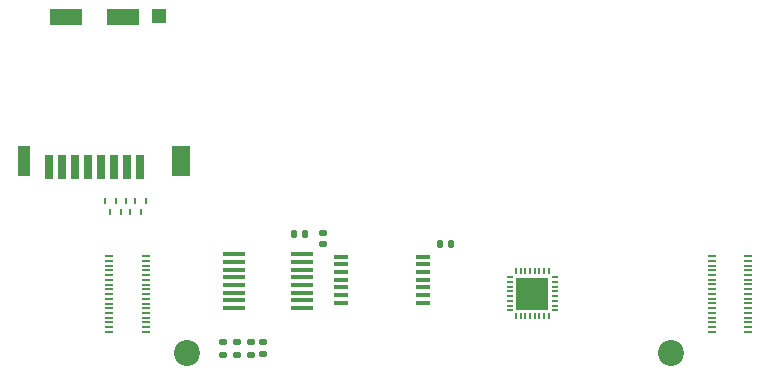
<source format=gbr>
%TF.GenerationSoftware,KiCad,Pcbnew,(6.0.7)*%
%TF.CreationDate,2022-09-26T14:07:28+03:00*%
%TF.ProjectId,202-combi-v0.2,3230322d-636f-46d6-9269-2d76302e322e,rev?*%
%TF.SameCoordinates,PX328b740PY3479d68*%
%TF.FileFunction,Soldermask,Top*%
%TF.FilePolarity,Negative*%
%FSLAX46Y46*%
G04 Gerber Fmt 4.6, Leading zero omitted, Abs format (unit mm)*
G04 Created by KiCad (PCBNEW (6.0.7)) date 2022-09-26 14:07:28*
%MOMM*%
%LPD*%
G01*
G04 APERTURE LIST*
G04 Aperture macros list*
%AMRoundRect*
0 Rectangle with rounded corners*
0 $1 Rounding radius*
0 $2 $3 $4 $5 $6 $7 $8 $9 X,Y pos of 4 corners*
0 Add a 4 corners polygon primitive as box body*
4,1,4,$2,$3,$4,$5,$6,$7,$8,$9,$2,$3,0*
0 Add four circle primitives for the rounded corners*
1,1,$1+$1,$2,$3*
1,1,$1+$1,$4,$5*
1,1,$1+$1,$6,$7*
1,1,$1+$1,$8,$9*
0 Add four rect primitives between the rounded corners*
20,1,$1+$1,$2,$3,$4,$5,0*
20,1,$1+$1,$4,$5,$6,$7,0*
20,1,$1+$1,$6,$7,$8,$9,0*
20,1,$1+$1,$8,$9,$2,$3,0*%
G04 Aperture macros list end*
%ADD10R,0.711200X2.006600*%
%ADD11R,2.692400X1.397000*%
%ADD12R,0.990600X2.590800*%
%ADD13R,1.193800X1.193800*%
%ADD14R,1.498600X2.590800*%
%ADD15R,1.955432X0.420766*%
%ADD16RoundRect,0.135000X0.185000X-0.135000X0.185000X0.135000X-0.185000X0.135000X-0.185000X-0.135000X0*%
%ADD17RoundRect,0.140000X-0.140000X-0.170000X0.140000X-0.170000X0.140000X0.170000X-0.140000X0.170000X0*%
%ADD18RoundRect,0.135000X-0.185000X0.135000X-0.185000X-0.135000X0.185000X-0.135000X0.185000X0.135000X0*%
%ADD19C,2.200000*%
%ADD20R,0.200000X0.600000*%
%ADD21R,1.200000X0.400000*%
%ADD22RoundRect,0.140000X0.170000X-0.140000X0.170000X0.140000X-0.170000X0.140000X-0.170000X-0.140000X0*%
%ADD23R,0.700000X0.200000*%
%ADD24R,0.200000X0.549999*%
%ADD25R,0.549999X0.200000*%
%ADD26R,2.799999X2.799999*%
G04 APERTURE END LIST*
D10*
%TO.C,J1*%
X11047999Y-14223351D03*
X9947999Y-14223351D03*
X8847998Y-14223351D03*
X7747998Y-14223351D03*
X6647998Y-14223351D03*
X5547997Y-14223351D03*
X4448000Y-14223351D03*
X3347999Y-14223351D03*
D11*
X9647999Y-1523351D03*
D12*
X1248001Y-13723350D03*
D11*
X4747999Y-1523351D03*
D13*
X12698001Y-1423349D03*
D14*
X14548000Y-13723349D03*
%TD*%
D15*
%TO.C,U5*%
X19049616Y-21612439D03*
X19049616Y-22262437D03*
X19049616Y-22912439D03*
X19049616Y-23562437D03*
X19049616Y-24212439D03*
X19049616Y-24862437D03*
X19049616Y-25512439D03*
X19049616Y-26162437D03*
X24800384Y-26162437D03*
X24800384Y-25512439D03*
X24800384Y-24862437D03*
X24800384Y-24212439D03*
X24800384Y-23562437D03*
X24800384Y-22912439D03*
X24800384Y-22262437D03*
X24800384Y-21612439D03*
%TD*%
D16*
%TO.C,R2*%
X21500000Y-30085000D03*
X21500000Y-29065000D03*
%TD*%
D17*
%TO.C,C17*%
X24095000Y-19925000D03*
X25055000Y-19925000D03*
%TD*%
D16*
%TO.C,R1*%
X19275000Y-30100000D03*
X19275000Y-29080000D03*
%TD*%
D18*
%TO.C,R4*%
X20450000Y-29080000D03*
X20450000Y-30100000D03*
%TD*%
D19*
%TO.C,H1*%
X56000000Y-29975000D03*
%TD*%
D20*
%TO.C,D1*%
X11525000Y-17075000D03*
X10625000Y-17075000D03*
X9825000Y-17075000D03*
X9025000Y-17075000D03*
X8125000Y-17075000D03*
X8525000Y-18025000D03*
X9425000Y-18025000D03*
X10225000Y-18025000D03*
X11125000Y-18025000D03*
%TD*%
D21*
%TO.C,U2*%
X28075000Y-21800000D03*
X28075000Y-22450000D03*
X28075000Y-23100000D03*
X28075000Y-23750000D03*
X28075000Y-24400000D03*
X28075000Y-25050000D03*
X28075000Y-25700000D03*
X34975000Y-25700000D03*
X34975000Y-25050000D03*
X34975000Y-24400000D03*
X34975000Y-23750000D03*
X34975000Y-23100000D03*
X34975000Y-22450000D03*
X34975000Y-21800000D03*
%TD*%
D22*
%TO.C,C6*%
X26575000Y-20775000D03*
X26575000Y-19815000D03*
%TD*%
D23*
%TO.C,P4*%
X11535394Y-21784155D03*
X11535394Y-22184155D03*
X11535394Y-22584155D03*
X11535394Y-22984155D03*
X11535394Y-23384155D03*
X11535394Y-23784155D03*
X11535394Y-24184155D03*
X11535394Y-24584155D03*
X11535394Y-24984155D03*
X11535394Y-25384155D03*
X11535394Y-25784155D03*
X11535394Y-26184155D03*
X11535394Y-26584155D03*
X11535394Y-26984155D03*
X11535394Y-27384155D03*
X11535394Y-27784155D03*
X11535394Y-28184155D03*
X8455394Y-28184155D03*
X8455394Y-27784155D03*
X8455394Y-27384155D03*
X8455394Y-26984155D03*
X8455394Y-26584155D03*
X8455394Y-26184155D03*
X8455394Y-25784155D03*
X8455394Y-25384155D03*
X8455394Y-24984155D03*
X8455394Y-24584155D03*
X8455394Y-24184155D03*
X8455394Y-23784155D03*
X8455394Y-23384155D03*
X8455394Y-22984155D03*
X8455394Y-22584155D03*
X8455394Y-22184155D03*
X8455394Y-21784155D03*
%TD*%
D24*
%TO.C,U4*%
X42874998Y-26875000D03*
X43274999Y-26875000D03*
X43674999Y-26875000D03*
X44074998Y-26875000D03*
X44475000Y-26875000D03*
X44874999Y-26875000D03*
X45274998Y-26875000D03*
X45675000Y-26875000D03*
D25*
X46200000Y-26350000D03*
X46200000Y-25949998D03*
X46200000Y-25549999D03*
X46200000Y-25150000D03*
X46200000Y-24749998D03*
X46200000Y-24349999D03*
X46200000Y-23949999D03*
X46200000Y-23549998D03*
D24*
X45675000Y-23025000D03*
X45274998Y-23025000D03*
X44874999Y-23025000D03*
X44475000Y-23025000D03*
X44074998Y-23025000D03*
X43674999Y-23025000D03*
X43274999Y-23025000D03*
X42874998Y-23025000D03*
D25*
X42350000Y-23549998D03*
X42350000Y-23949999D03*
X42350000Y-24349999D03*
X42350000Y-24749998D03*
X42350000Y-25150000D03*
X42350000Y-25549999D03*
X42350000Y-25949998D03*
X42350000Y-26350000D03*
D26*
X44275000Y-24949997D03*
%TD*%
D17*
%TO.C,C7*%
X36420000Y-20775000D03*
X37380000Y-20775000D03*
%TD*%
D23*
%TO.C,P3*%
X59464606Y-28165845D03*
X59464606Y-27765845D03*
X59464606Y-27365845D03*
X59464606Y-26965845D03*
X59464606Y-26565845D03*
X59464606Y-26165845D03*
X59464606Y-25765845D03*
X59464606Y-25365845D03*
X59464606Y-24965845D03*
X59464606Y-24565845D03*
X59464606Y-24165845D03*
X59464606Y-23765845D03*
X59464606Y-23365845D03*
X59464606Y-22965845D03*
X59464606Y-22565845D03*
X59464606Y-22165845D03*
X59464606Y-21765845D03*
X62544606Y-21765845D03*
X62544606Y-22165845D03*
X62544606Y-22565845D03*
X62544606Y-22965845D03*
X62544606Y-23365845D03*
X62544606Y-23765845D03*
X62544606Y-24165845D03*
X62544606Y-24565845D03*
X62544606Y-24965845D03*
X62544606Y-25365845D03*
X62544606Y-25765845D03*
X62544606Y-26165845D03*
X62544606Y-26565845D03*
X62544606Y-26965845D03*
X62544606Y-27365845D03*
X62544606Y-27765845D03*
X62544606Y-28165845D03*
%TD*%
D19*
%TO.C,H2*%
X15000000Y-29975000D03*
%TD*%
D18*
%TO.C,R3*%
X18100000Y-29080000D03*
X18100000Y-30100000D03*
%TD*%
M02*

</source>
